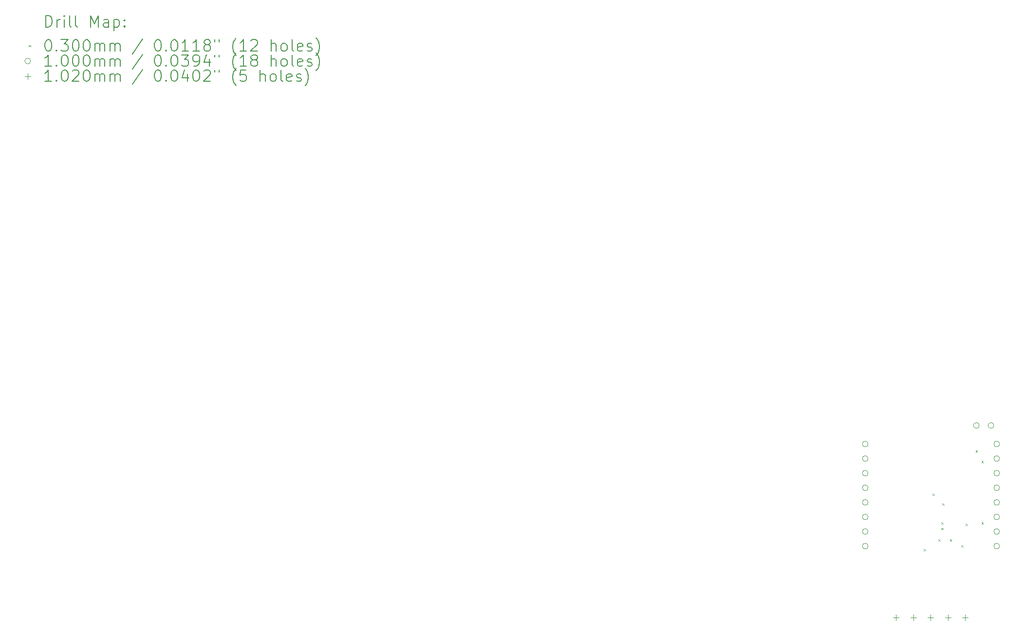
<source format=gbr>
%TF.GenerationSoftware,KiCad,Pcbnew,9.0.2*%
%TF.CreationDate,2025-07-08T18:22:23-03:00*%
%TF.ProjectId,BottomBoardCam,426f7474-6f6d-4426-9f61-726443616d2e,rev?*%
%TF.SameCoordinates,Original*%
%TF.FileFunction,Drillmap*%
%TF.FilePolarity,Positive*%
%FSLAX45Y45*%
G04 Gerber Fmt 4.5, Leading zero omitted, Abs format (unit mm)*
G04 Created by KiCad (PCBNEW 9.0.2) date 2025-07-08 18:22:23*
%MOMM*%
%LPD*%
G01*
G04 APERTURE LIST*
%ADD10C,0.200000*%
%ADD11C,0.100000*%
%ADD12C,0.102000*%
G04 APERTURE END LIST*
D10*
D11*
X15533714Y-9400549D02*
X15563714Y-9430549D01*
X15563714Y-9400549D02*
X15533714Y-9430549D01*
X15685000Y-8435000D02*
X15715000Y-8465000D01*
X15715000Y-8435000D02*
X15685000Y-8465000D01*
X15785000Y-9235000D02*
X15815000Y-9265000D01*
X15815000Y-9235000D02*
X15785000Y-9265000D01*
X15835000Y-8935000D02*
X15865000Y-8965000D01*
X15865000Y-8935000D02*
X15835000Y-8965000D01*
X15835000Y-9035000D02*
X15865000Y-9065000D01*
X15865000Y-9035000D02*
X15835000Y-9065000D01*
X15855500Y-8605500D02*
X15885500Y-8635500D01*
X15885500Y-8605500D02*
X15855500Y-8635500D01*
X15985000Y-9235000D02*
X16015000Y-9265000D01*
X16015000Y-9235000D02*
X15985000Y-9265000D01*
X16185000Y-9335000D02*
X16215000Y-9365000D01*
X16215000Y-9335000D02*
X16185000Y-9365000D01*
X16260000Y-8960000D02*
X16290000Y-8990000D01*
X16290000Y-8960000D02*
X16260000Y-8990000D01*
X16435000Y-7685000D02*
X16465000Y-7715000D01*
X16465000Y-7685000D02*
X16435000Y-7715000D01*
X16535000Y-8935000D02*
X16565000Y-8965000D01*
X16565000Y-8935000D02*
X16535000Y-8965000D01*
X16536262Y-7870629D02*
X16566262Y-7900629D01*
X16566262Y-7870629D02*
X16536262Y-7900629D01*
X14564000Y-7572000D02*
G75*
G02*
X14464000Y-7572000I-50000J0D01*
G01*
X14464000Y-7572000D02*
G75*
G02*
X14564000Y-7572000I50000J0D01*
G01*
X14564000Y-7826000D02*
G75*
G02*
X14464000Y-7826000I-50000J0D01*
G01*
X14464000Y-7826000D02*
G75*
G02*
X14564000Y-7826000I50000J0D01*
G01*
X14564000Y-8080000D02*
G75*
G02*
X14464000Y-8080000I-50000J0D01*
G01*
X14464000Y-8080000D02*
G75*
G02*
X14564000Y-8080000I50000J0D01*
G01*
X14564000Y-8334000D02*
G75*
G02*
X14464000Y-8334000I-50000J0D01*
G01*
X14464000Y-8334000D02*
G75*
G02*
X14564000Y-8334000I50000J0D01*
G01*
X14564000Y-8588000D02*
G75*
G02*
X14464000Y-8588000I-50000J0D01*
G01*
X14464000Y-8588000D02*
G75*
G02*
X14564000Y-8588000I50000J0D01*
G01*
X14564000Y-8842000D02*
G75*
G02*
X14464000Y-8842000I-50000J0D01*
G01*
X14464000Y-8842000D02*
G75*
G02*
X14564000Y-8842000I50000J0D01*
G01*
X14564000Y-9096000D02*
G75*
G02*
X14464000Y-9096000I-50000J0D01*
G01*
X14464000Y-9096000D02*
G75*
G02*
X14564000Y-9096000I50000J0D01*
G01*
X14564000Y-9350000D02*
G75*
G02*
X14464000Y-9350000I-50000J0D01*
G01*
X14464000Y-9350000D02*
G75*
G02*
X14564000Y-9350000I50000J0D01*
G01*
X16496000Y-7250000D02*
G75*
G02*
X16396000Y-7250000I-50000J0D01*
G01*
X16396000Y-7250000D02*
G75*
G02*
X16496000Y-7250000I50000J0D01*
G01*
X16750000Y-7250000D02*
G75*
G02*
X16650000Y-7250000I-50000J0D01*
G01*
X16650000Y-7250000D02*
G75*
G02*
X16750000Y-7250000I50000J0D01*
G01*
X16850000Y-7572000D02*
G75*
G02*
X16750000Y-7572000I-50000J0D01*
G01*
X16750000Y-7572000D02*
G75*
G02*
X16850000Y-7572000I50000J0D01*
G01*
X16850000Y-7826000D02*
G75*
G02*
X16750000Y-7826000I-50000J0D01*
G01*
X16750000Y-7826000D02*
G75*
G02*
X16850000Y-7826000I50000J0D01*
G01*
X16850000Y-8080000D02*
G75*
G02*
X16750000Y-8080000I-50000J0D01*
G01*
X16750000Y-8080000D02*
G75*
G02*
X16850000Y-8080000I50000J0D01*
G01*
X16850000Y-8334000D02*
G75*
G02*
X16750000Y-8334000I-50000J0D01*
G01*
X16750000Y-8334000D02*
G75*
G02*
X16850000Y-8334000I50000J0D01*
G01*
X16850000Y-8588000D02*
G75*
G02*
X16750000Y-8588000I-50000J0D01*
G01*
X16750000Y-8588000D02*
G75*
G02*
X16850000Y-8588000I50000J0D01*
G01*
X16850000Y-8842000D02*
G75*
G02*
X16750000Y-8842000I-50000J0D01*
G01*
X16750000Y-8842000D02*
G75*
G02*
X16850000Y-8842000I50000J0D01*
G01*
X16850000Y-9096000D02*
G75*
G02*
X16750000Y-9096000I-50000J0D01*
G01*
X16750000Y-9096000D02*
G75*
G02*
X16850000Y-9096000I50000J0D01*
G01*
X16850000Y-9350000D02*
G75*
G02*
X16750000Y-9350000I-50000J0D01*
G01*
X16750000Y-9350000D02*
G75*
G02*
X16850000Y-9350000I50000J0D01*
G01*
D12*
X15050000Y-10545000D02*
X15050000Y-10647000D01*
X14999000Y-10596000D02*
X15101000Y-10596000D01*
X15350000Y-10545000D02*
X15350000Y-10647000D01*
X15299000Y-10596000D02*
X15401000Y-10596000D01*
X15650000Y-10545000D02*
X15650000Y-10647000D01*
X15599000Y-10596000D02*
X15701000Y-10596000D01*
X15950000Y-10545000D02*
X15950000Y-10647000D01*
X15899000Y-10596000D02*
X16001000Y-10596000D01*
X16250000Y-10545000D02*
X16250000Y-10647000D01*
X16199000Y-10596000D02*
X16301000Y-10596000D01*
D10*
X260777Y-311484D02*
X260777Y-111484D01*
X260777Y-111484D02*
X308396Y-111484D01*
X308396Y-111484D02*
X336967Y-121008D01*
X336967Y-121008D02*
X356015Y-140055D01*
X356015Y-140055D02*
X365539Y-159103D01*
X365539Y-159103D02*
X375062Y-197198D01*
X375062Y-197198D02*
X375062Y-225769D01*
X375062Y-225769D02*
X365539Y-263865D01*
X365539Y-263865D02*
X356015Y-282912D01*
X356015Y-282912D02*
X336967Y-301960D01*
X336967Y-301960D02*
X308396Y-311484D01*
X308396Y-311484D02*
X260777Y-311484D01*
X460777Y-311484D02*
X460777Y-178150D01*
X460777Y-216246D02*
X470301Y-197198D01*
X470301Y-197198D02*
X479824Y-187674D01*
X479824Y-187674D02*
X498872Y-178150D01*
X498872Y-178150D02*
X517920Y-178150D01*
X584586Y-311484D02*
X584586Y-178150D01*
X584586Y-111484D02*
X575063Y-121008D01*
X575063Y-121008D02*
X584586Y-130531D01*
X584586Y-130531D02*
X594110Y-121008D01*
X594110Y-121008D02*
X584586Y-111484D01*
X584586Y-111484D02*
X584586Y-130531D01*
X708396Y-311484D02*
X689348Y-301960D01*
X689348Y-301960D02*
X679824Y-282912D01*
X679824Y-282912D02*
X679824Y-111484D01*
X813158Y-311484D02*
X794110Y-301960D01*
X794110Y-301960D02*
X784586Y-282912D01*
X784586Y-282912D02*
X784586Y-111484D01*
X1041729Y-311484D02*
X1041729Y-111484D01*
X1041729Y-111484D02*
X1108396Y-254341D01*
X1108396Y-254341D02*
X1175063Y-111484D01*
X1175063Y-111484D02*
X1175063Y-311484D01*
X1356015Y-311484D02*
X1356015Y-206722D01*
X1356015Y-206722D02*
X1346491Y-187674D01*
X1346491Y-187674D02*
X1327444Y-178150D01*
X1327444Y-178150D02*
X1289348Y-178150D01*
X1289348Y-178150D02*
X1270301Y-187674D01*
X1356015Y-301960D02*
X1336967Y-311484D01*
X1336967Y-311484D02*
X1289348Y-311484D01*
X1289348Y-311484D02*
X1270301Y-301960D01*
X1270301Y-301960D02*
X1260777Y-282912D01*
X1260777Y-282912D02*
X1260777Y-263865D01*
X1260777Y-263865D02*
X1270301Y-244817D01*
X1270301Y-244817D02*
X1289348Y-235293D01*
X1289348Y-235293D02*
X1336967Y-235293D01*
X1336967Y-235293D02*
X1356015Y-225769D01*
X1451253Y-178150D02*
X1451253Y-378150D01*
X1451253Y-187674D02*
X1470301Y-178150D01*
X1470301Y-178150D02*
X1508396Y-178150D01*
X1508396Y-178150D02*
X1527443Y-187674D01*
X1527443Y-187674D02*
X1536967Y-197198D01*
X1536967Y-197198D02*
X1546491Y-216246D01*
X1546491Y-216246D02*
X1546491Y-273389D01*
X1546491Y-273389D02*
X1536967Y-292436D01*
X1536967Y-292436D02*
X1527443Y-301960D01*
X1527443Y-301960D02*
X1508396Y-311484D01*
X1508396Y-311484D02*
X1470301Y-311484D01*
X1470301Y-311484D02*
X1451253Y-301960D01*
X1632205Y-292436D02*
X1641729Y-301960D01*
X1641729Y-301960D02*
X1632205Y-311484D01*
X1632205Y-311484D02*
X1622682Y-301960D01*
X1622682Y-301960D02*
X1632205Y-292436D01*
X1632205Y-292436D02*
X1632205Y-311484D01*
X1632205Y-187674D02*
X1641729Y-197198D01*
X1641729Y-197198D02*
X1632205Y-206722D01*
X1632205Y-206722D02*
X1622682Y-197198D01*
X1622682Y-197198D02*
X1632205Y-187674D01*
X1632205Y-187674D02*
X1632205Y-206722D01*
D11*
X-30000Y-625000D02*
X0Y-655000D01*
X0Y-625000D02*
X-30000Y-655000D01*
D10*
X298872Y-531484D02*
X317920Y-531484D01*
X317920Y-531484D02*
X336967Y-541008D01*
X336967Y-541008D02*
X346491Y-550531D01*
X346491Y-550531D02*
X356015Y-569579D01*
X356015Y-569579D02*
X365539Y-607674D01*
X365539Y-607674D02*
X365539Y-655293D01*
X365539Y-655293D02*
X356015Y-693389D01*
X356015Y-693389D02*
X346491Y-712436D01*
X346491Y-712436D02*
X336967Y-721960D01*
X336967Y-721960D02*
X317920Y-731484D01*
X317920Y-731484D02*
X298872Y-731484D01*
X298872Y-731484D02*
X279824Y-721960D01*
X279824Y-721960D02*
X270301Y-712436D01*
X270301Y-712436D02*
X260777Y-693389D01*
X260777Y-693389D02*
X251253Y-655293D01*
X251253Y-655293D02*
X251253Y-607674D01*
X251253Y-607674D02*
X260777Y-569579D01*
X260777Y-569579D02*
X270301Y-550531D01*
X270301Y-550531D02*
X279824Y-541008D01*
X279824Y-541008D02*
X298872Y-531484D01*
X451253Y-712436D02*
X460777Y-721960D01*
X460777Y-721960D02*
X451253Y-731484D01*
X451253Y-731484D02*
X441729Y-721960D01*
X441729Y-721960D02*
X451253Y-712436D01*
X451253Y-712436D02*
X451253Y-731484D01*
X527444Y-531484D02*
X651253Y-531484D01*
X651253Y-531484D02*
X584586Y-607674D01*
X584586Y-607674D02*
X613158Y-607674D01*
X613158Y-607674D02*
X632205Y-617198D01*
X632205Y-617198D02*
X641729Y-626722D01*
X641729Y-626722D02*
X651253Y-645770D01*
X651253Y-645770D02*
X651253Y-693389D01*
X651253Y-693389D02*
X641729Y-712436D01*
X641729Y-712436D02*
X632205Y-721960D01*
X632205Y-721960D02*
X613158Y-731484D01*
X613158Y-731484D02*
X556015Y-731484D01*
X556015Y-731484D02*
X536967Y-721960D01*
X536967Y-721960D02*
X527444Y-712436D01*
X775062Y-531484D02*
X794110Y-531484D01*
X794110Y-531484D02*
X813158Y-541008D01*
X813158Y-541008D02*
X822682Y-550531D01*
X822682Y-550531D02*
X832205Y-569579D01*
X832205Y-569579D02*
X841729Y-607674D01*
X841729Y-607674D02*
X841729Y-655293D01*
X841729Y-655293D02*
X832205Y-693389D01*
X832205Y-693389D02*
X822682Y-712436D01*
X822682Y-712436D02*
X813158Y-721960D01*
X813158Y-721960D02*
X794110Y-731484D01*
X794110Y-731484D02*
X775062Y-731484D01*
X775062Y-731484D02*
X756015Y-721960D01*
X756015Y-721960D02*
X746491Y-712436D01*
X746491Y-712436D02*
X736967Y-693389D01*
X736967Y-693389D02*
X727443Y-655293D01*
X727443Y-655293D02*
X727443Y-607674D01*
X727443Y-607674D02*
X736967Y-569579D01*
X736967Y-569579D02*
X746491Y-550531D01*
X746491Y-550531D02*
X756015Y-541008D01*
X756015Y-541008D02*
X775062Y-531484D01*
X965539Y-531484D02*
X984586Y-531484D01*
X984586Y-531484D02*
X1003634Y-541008D01*
X1003634Y-541008D02*
X1013158Y-550531D01*
X1013158Y-550531D02*
X1022682Y-569579D01*
X1022682Y-569579D02*
X1032205Y-607674D01*
X1032205Y-607674D02*
X1032205Y-655293D01*
X1032205Y-655293D02*
X1022682Y-693389D01*
X1022682Y-693389D02*
X1013158Y-712436D01*
X1013158Y-712436D02*
X1003634Y-721960D01*
X1003634Y-721960D02*
X984586Y-731484D01*
X984586Y-731484D02*
X965539Y-731484D01*
X965539Y-731484D02*
X946491Y-721960D01*
X946491Y-721960D02*
X936967Y-712436D01*
X936967Y-712436D02*
X927443Y-693389D01*
X927443Y-693389D02*
X917920Y-655293D01*
X917920Y-655293D02*
X917920Y-607674D01*
X917920Y-607674D02*
X927443Y-569579D01*
X927443Y-569579D02*
X936967Y-550531D01*
X936967Y-550531D02*
X946491Y-541008D01*
X946491Y-541008D02*
X965539Y-531484D01*
X1117920Y-731484D02*
X1117920Y-598150D01*
X1117920Y-617198D02*
X1127444Y-607674D01*
X1127444Y-607674D02*
X1146491Y-598150D01*
X1146491Y-598150D02*
X1175063Y-598150D01*
X1175063Y-598150D02*
X1194110Y-607674D01*
X1194110Y-607674D02*
X1203634Y-626722D01*
X1203634Y-626722D02*
X1203634Y-731484D01*
X1203634Y-626722D02*
X1213158Y-607674D01*
X1213158Y-607674D02*
X1232205Y-598150D01*
X1232205Y-598150D02*
X1260777Y-598150D01*
X1260777Y-598150D02*
X1279825Y-607674D01*
X1279825Y-607674D02*
X1289348Y-626722D01*
X1289348Y-626722D02*
X1289348Y-731484D01*
X1384586Y-731484D02*
X1384586Y-598150D01*
X1384586Y-617198D02*
X1394110Y-607674D01*
X1394110Y-607674D02*
X1413158Y-598150D01*
X1413158Y-598150D02*
X1441729Y-598150D01*
X1441729Y-598150D02*
X1460777Y-607674D01*
X1460777Y-607674D02*
X1470301Y-626722D01*
X1470301Y-626722D02*
X1470301Y-731484D01*
X1470301Y-626722D02*
X1479824Y-607674D01*
X1479824Y-607674D02*
X1498872Y-598150D01*
X1498872Y-598150D02*
X1527443Y-598150D01*
X1527443Y-598150D02*
X1546491Y-607674D01*
X1546491Y-607674D02*
X1556015Y-626722D01*
X1556015Y-626722D02*
X1556015Y-731484D01*
X1946491Y-521960D02*
X1775063Y-779103D01*
X2203634Y-531484D02*
X2222682Y-531484D01*
X2222682Y-531484D02*
X2241729Y-541008D01*
X2241729Y-541008D02*
X2251253Y-550531D01*
X2251253Y-550531D02*
X2260777Y-569579D01*
X2260777Y-569579D02*
X2270301Y-607674D01*
X2270301Y-607674D02*
X2270301Y-655293D01*
X2270301Y-655293D02*
X2260777Y-693389D01*
X2260777Y-693389D02*
X2251253Y-712436D01*
X2251253Y-712436D02*
X2241729Y-721960D01*
X2241729Y-721960D02*
X2222682Y-731484D01*
X2222682Y-731484D02*
X2203634Y-731484D01*
X2203634Y-731484D02*
X2184587Y-721960D01*
X2184587Y-721960D02*
X2175063Y-712436D01*
X2175063Y-712436D02*
X2165539Y-693389D01*
X2165539Y-693389D02*
X2156015Y-655293D01*
X2156015Y-655293D02*
X2156015Y-607674D01*
X2156015Y-607674D02*
X2165539Y-569579D01*
X2165539Y-569579D02*
X2175063Y-550531D01*
X2175063Y-550531D02*
X2184587Y-541008D01*
X2184587Y-541008D02*
X2203634Y-531484D01*
X2356015Y-712436D02*
X2365539Y-721960D01*
X2365539Y-721960D02*
X2356015Y-731484D01*
X2356015Y-731484D02*
X2346491Y-721960D01*
X2346491Y-721960D02*
X2356015Y-712436D01*
X2356015Y-712436D02*
X2356015Y-731484D01*
X2489348Y-531484D02*
X2508396Y-531484D01*
X2508396Y-531484D02*
X2527444Y-541008D01*
X2527444Y-541008D02*
X2536968Y-550531D01*
X2536968Y-550531D02*
X2546491Y-569579D01*
X2546491Y-569579D02*
X2556015Y-607674D01*
X2556015Y-607674D02*
X2556015Y-655293D01*
X2556015Y-655293D02*
X2546491Y-693389D01*
X2546491Y-693389D02*
X2536968Y-712436D01*
X2536968Y-712436D02*
X2527444Y-721960D01*
X2527444Y-721960D02*
X2508396Y-731484D01*
X2508396Y-731484D02*
X2489348Y-731484D01*
X2489348Y-731484D02*
X2470301Y-721960D01*
X2470301Y-721960D02*
X2460777Y-712436D01*
X2460777Y-712436D02*
X2451253Y-693389D01*
X2451253Y-693389D02*
X2441729Y-655293D01*
X2441729Y-655293D02*
X2441729Y-607674D01*
X2441729Y-607674D02*
X2451253Y-569579D01*
X2451253Y-569579D02*
X2460777Y-550531D01*
X2460777Y-550531D02*
X2470301Y-541008D01*
X2470301Y-541008D02*
X2489348Y-531484D01*
X2746491Y-731484D02*
X2632206Y-731484D01*
X2689348Y-731484D02*
X2689348Y-531484D01*
X2689348Y-531484D02*
X2670301Y-560055D01*
X2670301Y-560055D02*
X2651253Y-579103D01*
X2651253Y-579103D02*
X2632206Y-588627D01*
X2936967Y-731484D02*
X2822682Y-731484D01*
X2879825Y-731484D02*
X2879825Y-531484D01*
X2879825Y-531484D02*
X2860777Y-560055D01*
X2860777Y-560055D02*
X2841729Y-579103D01*
X2841729Y-579103D02*
X2822682Y-588627D01*
X3051253Y-617198D02*
X3032206Y-607674D01*
X3032206Y-607674D02*
X3022682Y-598150D01*
X3022682Y-598150D02*
X3013158Y-579103D01*
X3013158Y-579103D02*
X3013158Y-569579D01*
X3013158Y-569579D02*
X3022682Y-550531D01*
X3022682Y-550531D02*
X3032206Y-541008D01*
X3032206Y-541008D02*
X3051253Y-531484D01*
X3051253Y-531484D02*
X3089348Y-531484D01*
X3089348Y-531484D02*
X3108396Y-541008D01*
X3108396Y-541008D02*
X3117920Y-550531D01*
X3117920Y-550531D02*
X3127444Y-569579D01*
X3127444Y-569579D02*
X3127444Y-579103D01*
X3127444Y-579103D02*
X3117920Y-598150D01*
X3117920Y-598150D02*
X3108396Y-607674D01*
X3108396Y-607674D02*
X3089348Y-617198D01*
X3089348Y-617198D02*
X3051253Y-617198D01*
X3051253Y-617198D02*
X3032206Y-626722D01*
X3032206Y-626722D02*
X3022682Y-636246D01*
X3022682Y-636246D02*
X3013158Y-655293D01*
X3013158Y-655293D02*
X3013158Y-693389D01*
X3013158Y-693389D02*
X3022682Y-712436D01*
X3022682Y-712436D02*
X3032206Y-721960D01*
X3032206Y-721960D02*
X3051253Y-731484D01*
X3051253Y-731484D02*
X3089348Y-731484D01*
X3089348Y-731484D02*
X3108396Y-721960D01*
X3108396Y-721960D02*
X3117920Y-712436D01*
X3117920Y-712436D02*
X3127444Y-693389D01*
X3127444Y-693389D02*
X3127444Y-655293D01*
X3127444Y-655293D02*
X3117920Y-636246D01*
X3117920Y-636246D02*
X3108396Y-626722D01*
X3108396Y-626722D02*
X3089348Y-617198D01*
X3203634Y-531484D02*
X3203634Y-569579D01*
X3279825Y-531484D02*
X3279825Y-569579D01*
X3575063Y-807674D02*
X3565539Y-798150D01*
X3565539Y-798150D02*
X3546491Y-769579D01*
X3546491Y-769579D02*
X3536968Y-750531D01*
X3536968Y-750531D02*
X3527444Y-721960D01*
X3527444Y-721960D02*
X3517920Y-674341D01*
X3517920Y-674341D02*
X3517920Y-636246D01*
X3517920Y-636246D02*
X3527444Y-588627D01*
X3527444Y-588627D02*
X3536968Y-560055D01*
X3536968Y-560055D02*
X3546491Y-541008D01*
X3546491Y-541008D02*
X3565539Y-512436D01*
X3565539Y-512436D02*
X3575063Y-502912D01*
X3756015Y-731484D02*
X3641729Y-731484D01*
X3698872Y-731484D02*
X3698872Y-531484D01*
X3698872Y-531484D02*
X3679825Y-560055D01*
X3679825Y-560055D02*
X3660777Y-579103D01*
X3660777Y-579103D02*
X3641729Y-588627D01*
X3832206Y-550531D02*
X3841729Y-541008D01*
X3841729Y-541008D02*
X3860777Y-531484D01*
X3860777Y-531484D02*
X3908396Y-531484D01*
X3908396Y-531484D02*
X3927444Y-541008D01*
X3927444Y-541008D02*
X3936968Y-550531D01*
X3936968Y-550531D02*
X3946491Y-569579D01*
X3946491Y-569579D02*
X3946491Y-588627D01*
X3946491Y-588627D02*
X3936968Y-617198D01*
X3936968Y-617198D02*
X3822682Y-731484D01*
X3822682Y-731484D02*
X3946491Y-731484D01*
X4184587Y-731484D02*
X4184587Y-531484D01*
X4270301Y-731484D02*
X4270301Y-626722D01*
X4270301Y-626722D02*
X4260777Y-607674D01*
X4260777Y-607674D02*
X4241730Y-598150D01*
X4241730Y-598150D02*
X4213158Y-598150D01*
X4213158Y-598150D02*
X4194110Y-607674D01*
X4194110Y-607674D02*
X4184587Y-617198D01*
X4394111Y-731484D02*
X4375063Y-721960D01*
X4375063Y-721960D02*
X4365539Y-712436D01*
X4365539Y-712436D02*
X4356015Y-693389D01*
X4356015Y-693389D02*
X4356015Y-636246D01*
X4356015Y-636246D02*
X4365539Y-617198D01*
X4365539Y-617198D02*
X4375063Y-607674D01*
X4375063Y-607674D02*
X4394111Y-598150D01*
X4394111Y-598150D02*
X4422682Y-598150D01*
X4422682Y-598150D02*
X4441730Y-607674D01*
X4441730Y-607674D02*
X4451253Y-617198D01*
X4451253Y-617198D02*
X4460777Y-636246D01*
X4460777Y-636246D02*
X4460777Y-693389D01*
X4460777Y-693389D02*
X4451253Y-712436D01*
X4451253Y-712436D02*
X4441730Y-721960D01*
X4441730Y-721960D02*
X4422682Y-731484D01*
X4422682Y-731484D02*
X4394111Y-731484D01*
X4575063Y-731484D02*
X4556015Y-721960D01*
X4556015Y-721960D02*
X4546492Y-702912D01*
X4546492Y-702912D02*
X4546492Y-531484D01*
X4727444Y-721960D02*
X4708396Y-731484D01*
X4708396Y-731484D02*
X4670301Y-731484D01*
X4670301Y-731484D02*
X4651253Y-721960D01*
X4651253Y-721960D02*
X4641730Y-702912D01*
X4641730Y-702912D02*
X4641730Y-626722D01*
X4641730Y-626722D02*
X4651253Y-607674D01*
X4651253Y-607674D02*
X4670301Y-598150D01*
X4670301Y-598150D02*
X4708396Y-598150D01*
X4708396Y-598150D02*
X4727444Y-607674D01*
X4727444Y-607674D02*
X4736968Y-626722D01*
X4736968Y-626722D02*
X4736968Y-645770D01*
X4736968Y-645770D02*
X4641730Y-664817D01*
X4813158Y-721960D02*
X4832206Y-731484D01*
X4832206Y-731484D02*
X4870301Y-731484D01*
X4870301Y-731484D02*
X4889349Y-721960D01*
X4889349Y-721960D02*
X4898873Y-702912D01*
X4898873Y-702912D02*
X4898873Y-693389D01*
X4898873Y-693389D02*
X4889349Y-674341D01*
X4889349Y-674341D02*
X4870301Y-664817D01*
X4870301Y-664817D02*
X4841730Y-664817D01*
X4841730Y-664817D02*
X4822682Y-655293D01*
X4822682Y-655293D02*
X4813158Y-636246D01*
X4813158Y-636246D02*
X4813158Y-626722D01*
X4813158Y-626722D02*
X4822682Y-607674D01*
X4822682Y-607674D02*
X4841730Y-598150D01*
X4841730Y-598150D02*
X4870301Y-598150D01*
X4870301Y-598150D02*
X4889349Y-607674D01*
X4965539Y-807674D02*
X4975063Y-798150D01*
X4975063Y-798150D02*
X4994111Y-769579D01*
X4994111Y-769579D02*
X5003634Y-750531D01*
X5003634Y-750531D02*
X5013158Y-721960D01*
X5013158Y-721960D02*
X5022682Y-674341D01*
X5022682Y-674341D02*
X5022682Y-636246D01*
X5022682Y-636246D02*
X5013158Y-588627D01*
X5013158Y-588627D02*
X5003634Y-560055D01*
X5003634Y-560055D02*
X4994111Y-541008D01*
X4994111Y-541008D02*
X4975063Y-512436D01*
X4975063Y-512436D02*
X4965539Y-502912D01*
D11*
X0Y-904000D02*
G75*
G02*
X-100000Y-904000I-50000J0D01*
G01*
X-100000Y-904000D02*
G75*
G02*
X0Y-904000I50000J0D01*
G01*
D10*
X365539Y-995484D02*
X251253Y-995484D01*
X308396Y-995484D02*
X308396Y-795484D01*
X308396Y-795484D02*
X289348Y-824055D01*
X289348Y-824055D02*
X270301Y-843103D01*
X270301Y-843103D02*
X251253Y-852627D01*
X451253Y-976436D02*
X460777Y-985960D01*
X460777Y-985960D02*
X451253Y-995484D01*
X451253Y-995484D02*
X441729Y-985960D01*
X441729Y-985960D02*
X451253Y-976436D01*
X451253Y-976436D02*
X451253Y-995484D01*
X584586Y-795484D02*
X603634Y-795484D01*
X603634Y-795484D02*
X622682Y-805008D01*
X622682Y-805008D02*
X632205Y-814531D01*
X632205Y-814531D02*
X641729Y-833579D01*
X641729Y-833579D02*
X651253Y-871674D01*
X651253Y-871674D02*
X651253Y-919293D01*
X651253Y-919293D02*
X641729Y-957388D01*
X641729Y-957388D02*
X632205Y-976436D01*
X632205Y-976436D02*
X622682Y-985960D01*
X622682Y-985960D02*
X603634Y-995484D01*
X603634Y-995484D02*
X584586Y-995484D01*
X584586Y-995484D02*
X565539Y-985960D01*
X565539Y-985960D02*
X556015Y-976436D01*
X556015Y-976436D02*
X546491Y-957388D01*
X546491Y-957388D02*
X536967Y-919293D01*
X536967Y-919293D02*
X536967Y-871674D01*
X536967Y-871674D02*
X546491Y-833579D01*
X546491Y-833579D02*
X556015Y-814531D01*
X556015Y-814531D02*
X565539Y-805008D01*
X565539Y-805008D02*
X584586Y-795484D01*
X775062Y-795484D02*
X794110Y-795484D01*
X794110Y-795484D02*
X813158Y-805008D01*
X813158Y-805008D02*
X822682Y-814531D01*
X822682Y-814531D02*
X832205Y-833579D01*
X832205Y-833579D02*
X841729Y-871674D01*
X841729Y-871674D02*
X841729Y-919293D01*
X841729Y-919293D02*
X832205Y-957388D01*
X832205Y-957388D02*
X822682Y-976436D01*
X822682Y-976436D02*
X813158Y-985960D01*
X813158Y-985960D02*
X794110Y-995484D01*
X794110Y-995484D02*
X775062Y-995484D01*
X775062Y-995484D02*
X756015Y-985960D01*
X756015Y-985960D02*
X746491Y-976436D01*
X746491Y-976436D02*
X736967Y-957388D01*
X736967Y-957388D02*
X727443Y-919293D01*
X727443Y-919293D02*
X727443Y-871674D01*
X727443Y-871674D02*
X736967Y-833579D01*
X736967Y-833579D02*
X746491Y-814531D01*
X746491Y-814531D02*
X756015Y-805008D01*
X756015Y-805008D02*
X775062Y-795484D01*
X965539Y-795484D02*
X984586Y-795484D01*
X984586Y-795484D02*
X1003634Y-805008D01*
X1003634Y-805008D02*
X1013158Y-814531D01*
X1013158Y-814531D02*
X1022682Y-833579D01*
X1022682Y-833579D02*
X1032205Y-871674D01*
X1032205Y-871674D02*
X1032205Y-919293D01*
X1032205Y-919293D02*
X1022682Y-957388D01*
X1022682Y-957388D02*
X1013158Y-976436D01*
X1013158Y-976436D02*
X1003634Y-985960D01*
X1003634Y-985960D02*
X984586Y-995484D01*
X984586Y-995484D02*
X965539Y-995484D01*
X965539Y-995484D02*
X946491Y-985960D01*
X946491Y-985960D02*
X936967Y-976436D01*
X936967Y-976436D02*
X927443Y-957388D01*
X927443Y-957388D02*
X917920Y-919293D01*
X917920Y-919293D02*
X917920Y-871674D01*
X917920Y-871674D02*
X927443Y-833579D01*
X927443Y-833579D02*
X936967Y-814531D01*
X936967Y-814531D02*
X946491Y-805008D01*
X946491Y-805008D02*
X965539Y-795484D01*
X1117920Y-995484D02*
X1117920Y-862150D01*
X1117920Y-881198D02*
X1127444Y-871674D01*
X1127444Y-871674D02*
X1146491Y-862150D01*
X1146491Y-862150D02*
X1175063Y-862150D01*
X1175063Y-862150D02*
X1194110Y-871674D01*
X1194110Y-871674D02*
X1203634Y-890722D01*
X1203634Y-890722D02*
X1203634Y-995484D01*
X1203634Y-890722D02*
X1213158Y-871674D01*
X1213158Y-871674D02*
X1232205Y-862150D01*
X1232205Y-862150D02*
X1260777Y-862150D01*
X1260777Y-862150D02*
X1279825Y-871674D01*
X1279825Y-871674D02*
X1289348Y-890722D01*
X1289348Y-890722D02*
X1289348Y-995484D01*
X1384586Y-995484D02*
X1384586Y-862150D01*
X1384586Y-881198D02*
X1394110Y-871674D01*
X1394110Y-871674D02*
X1413158Y-862150D01*
X1413158Y-862150D02*
X1441729Y-862150D01*
X1441729Y-862150D02*
X1460777Y-871674D01*
X1460777Y-871674D02*
X1470301Y-890722D01*
X1470301Y-890722D02*
X1470301Y-995484D01*
X1470301Y-890722D02*
X1479824Y-871674D01*
X1479824Y-871674D02*
X1498872Y-862150D01*
X1498872Y-862150D02*
X1527443Y-862150D01*
X1527443Y-862150D02*
X1546491Y-871674D01*
X1546491Y-871674D02*
X1556015Y-890722D01*
X1556015Y-890722D02*
X1556015Y-995484D01*
X1946491Y-785960D02*
X1775063Y-1043103D01*
X2203634Y-795484D02*
X2222682Y-795484D01*
X2222682Y-795484D02*
X2241729Y-805008D01*
X2241729Y-805008D02*
X2251253Y-814531D01*
X2251253Y-814531D02*
X2260777Y-833579D01*
X2260777Y-833579D02*
X2270301Y-871674D01*
X2270301Y-871674D02*
X2270301Y-919293D01*
X2270301Y-919293D02*
X2260777Y-957388D01*
X2260777Y-957388D02*
X2251253Y-976436D01*
X2251253Y-976436D02*
X2241729Y-985960D01*
X2241729Y-985960D02*
X2222682Y-995484D01*
X2222682Y-995484D02*
X2203634Y-995484D01*
X2203634Y-995484D02*
X2184587Y-985960D01*
X2184587Y-985960D02*
X2175063Y-976436D01*
X2175063Y-976436D02*
X2165539Y-957388D01*
X2165539Y-957388D02*
X2156015Y-919293D01*
X2156015Y-919293D02*
X2156015Y-871674D01*
X2156015Y-871674D02*
X2165539Y-833579D01*
X2165539Y-833579D02*
X2175063Y-814531D01*
X2175063Y-814531D02*
X2184587Y-805008D01*
X2184587Y-805008D02*
X2203634Y-795484D01*
X2356015Y-976436D02*
X2365539Y-985960D01*
X2365539Y-985960D02*
X2356015Y-995484D01*
X2356015Y-995484D02*
X2346491Y-985960D01*
X2346491Y-985960D02*
X2356015Y-976436D01*
X2356015Y-976436D02*
X2356015Y-995484D01*
X2489348Y-795484D02*
X2508396Y-795484D01*
X2508396Y-795484D02*
X2527444Y-805008D01*
X2527444Y-805008D02*
X2536968Y-814531D01*
X2536968Y-814531D02*
X2546491Y-833579D01*
X2546491Y-833579D02*
X2556015Y-871674D01*
X2556015Y-871674D02*
X2556015Y-919293D01*
X2556015Y-919293D02*
X2546491Y-957388D01*
X2546491Y-957388D02*
X2536968Y-976436D01*
X2536968Y-976436D02*
X2527444Y-985960D01*
X2527444Y-985960D02*
X2508396Y-995484D01*
X2508396Y-995484D02*
X2489348Y-995484D01*
X2489348Y-995484D02*
X2470301Y-985960D01*
X2470301Y-985960D02*
X2460777Y-976436D01*
X2460777Y-976436D02*
X2451253Y-957388D01*
X2451253Y-957388D02*
X2441729Y-919293D01*
X2441729Y-919293D02*
X2441729Y-871674D01*
X2441729Y-871674D02*
X2451253Y-833579D01*
X2451253Y-833579D02*
X2460777Y-814531D01*
X2460777Y-814531D02*
X2470301Y-805008D01*
X2470301Y-805008D02*
X2489348Y-795484D01*
X2622682Y-795484D02*
X2746491Y-795484D01*
X2746491Y-795484D02*
X2679825Y-871674D01*
X2679825Y-871674D02*
X2708396Y-871674D01*
X2708396Y-871674D02*
X2727444Y-881198D01*
X2727444Y-881198D02*
X2736968Y-890722D01*
X2736968Y-890722D02*
X2746491Y-909769D01*
X2746491Y-909769D02*
X2746491Y-957388D01*
X2746491Y-957388D02*
X2736968Y-976436D01*
X2736968Y-976436D02*
X2727444Y-985960D01*
X2727444Y-985960D02*
X2708396Y-995484D01*
X2708396Y-995484D02*
X2651253Y-995484D01*
X2651253Y-995484D02*
X2632206Y-985960D01*
X2632206Y-985960D02*
X2622682Y-976436D01*
X2841729Y-995484D02*
X2879825Y-995484D01*
X2879825Y-995484D02*
X2898872Y-985960D01*
X2898872Y-985960D02*
X2908396Y-976436D01*
X2908396Y-976436D02*
X2927444Y-947865D01*
X2927444Y-947865D02*
X2936967Y-909769D01*
X2936967Y-909769D02*
X2936967Y-833579D01*
X2936967Y-833579D02*
X2927444Y-814531D01*
X2927444Y-814531D02*
X2917920Y-805008D01*
X2917920Y-805008D02*
X2898872Y-795484D01*
X2898872Y-795484D02*
X2860777Y-795484D01*
X2860777Y-795484D02*
X2841729Y-805008D01*
X2841729Y-805008D02*
X2832206Y-814531D01*
X2832206Y-814531D02*
X2822682Y-833579D01*
X2822682Y-833579D02*
X2822682Y-881198D01*
X2822682Y-881198D02*
X2832206Y-900246D01*
X2832206Y-900246D02*
X2841729Y-909769D01*
X2841729Y-909769D02*
X2860777Y-919293D01*
X2860777Y-919293D02*
X2898872Y-919293D01*
X2898872Y-919293D02*
X2917920Y-909769D01*
X2917920Y-909769D02*
X2927444Y-900246D01*
X2927444Y-900246D02*
X2936967Y-881198D01*
X3108396Y-862150D02*
X3108396Y-995484D01*
X3060777Y-785960D02*
X3013158Y-928817D01*
X3013158Y-928817D02*
X3136967Y-928817D01*
X3203634Y-795484D02*
X3203634Y-833579D01*
X3279825Y-795484D02*
X3279825Y-833579D01*
X3575063Y-1071674D02*
X3565539Y-1062150D01*
X3565539Y-1062150D02*
X3546491Y-1033579D01*
X3546491Y-1033579D02*
X3536968Y-1014531D01*
X3536968Y-1014531D02*
X3527444Y-985960D01*
X3527444Y-985960D02*
X3517920Y-938341D01*
X3517920Y-938341D02*
X3517920Y-900246D01*
X3517920Y-900246D02*
X3527444Y-852627D01*
X3527444Y-852627D02*
X3536968Y-824055D01*
X3536968Y-824055D02*
X3546491Y-805008D01*
X3546491Y-805008D02*
X3565539Y-776436D01*
X3565539Y-776436D02*
X3575063Y-766912D01*
X3756015Y-995484D02*
X3641729Y-995484D01*
X3698872Y-995484D02*
X3698872Y-795484D01*
X3698872Y-795484D02*
X3679825Y-824055D01*
X3679825Y-824055D02*
X3660777Y-843103D01*
X3660777Y-843103D02*
X3641729Y-852627D01*
X3870301Y-881198D02*
X3851253Y-871674D01*
X3851253Y-871674D02*
X3841729Y-862150D01*
X3841729Y-862150D02*
X3832206Y-843103D01*
X3832206Y-843103D02*
X3832206Y-833579D01*
X3832206Y-833579D02*
X3841729Y-814531D01*
X3841729Y-814531D02*
X3851253Y-805008D01*
X3851253Y-805008D02*
X3870301Y-795484D01*
X3870301Y-795484D02*
X3908396Y-795484D01*
X3908396Y-795484D02*
X3927444Y-805008D01*
X3927444Y-805008D02*
X3936968Y-814531D01*
X3936968Y-814531D02*
X3946491Y-833579D01*
X3946491Y-833579D02*
X3946491Y-843103D01*
X3946491Y-843103D02*
X3936968Y-862150D01*
X3936968Y-862150D02*
X3927444Y-871674D01*
X3927444Y-871674D02*
X3908396Y-881198D01*
X3908396Y-881198D02*
X3870301Y-881198D01*
X3870301Y-881198D02*
X3851253Y-890722D01*
X3851253Y-890722D02*
X3841729Y-900246D01*
X3841729Y-900246D02*
X3832206Y-919293D01*
X3832206Y-919293D02*
X3832206Y-957388D01*
X3832206Y-957388D02*
X3841729Y-976436D01*
X3841729Y-976436D02*
X3851253Y-985960D01*
X3851253Y-985960D02*
X3870301Y-995484D01*
X3870301Y-995484D02*
X3908396Y-995484D01*
X3908396Y-995484D02*
X3927444Y-985960D01*
X3927444Y-985960D02*
X3936968Y-976436D01*
X3936968Y-976436D02*
X3946491Y-957388D01*
X3946491Y-957388D02*
X3946491Y-919293D01*
X3946491Y-919293D02*
X3936968Y-900246D01*
X3936968Y-900246D02*
X3927444Y-890722D01*
X3927444Y-890722D02*
X3908396Y-881198D01*
X4184587Y-995484D02*
X4184587Y-795484D01*
X4270301Y-995484D02*
X4270301Y-890722D01*
X4270301Y-890722D02*
X4260777Y-871674D01*
X4260777Y-871674D02*
X4241730Y-862150D01*
X4241730Y-862150D02*
X4213158Y-862150D01*
X4213158Y-862150D02*
X4194110Y-871674D01*
X4194110Y-871674D02*
X4184587Y-881198D01*
X4394111Y-995484D02*
X4375063Y-985960D01*
X4375063Y-985960D02*
X4365539Y-976436D01*
X4365539Y-976436D02*
X4356015Y-957388D01*
X4356015Y-957388D02*
X4356015Y-900246D01*
X4356015Y-900246D02*
X4365539Y-881198D01*
X4365539Y-881198D02*
X4375063Y-871674D01*
X4375063Y-871674D02*
X4394111Y-862150D01*
X4394111Y-862150D02*
X4422682Y-862150D01*
X4422682Y-862150D02*
X4441730Y-871674D01*
X4441730Y-871674D02*
X4451253Y-881198D01*
X4451253Y-881198D02*
X4460777Y-900246D01*
X4460777Y-900246D02*
X4460777Y-957388D01*
X4460777Y-957388D02*
X4451253Y-976436D01*
X4451253Y-976436D02*
X4441730Y-985960D01*
X4441730Y-985960D02*
X4422682Y-995484D01*
X4422682Y-995484D02*
X4394111Y-995484D01*
X4575063Y-995484D02*
X4556015Y-985960D01*
X4556015Y-985960D02*
X4546492Y-966912D01*
X4546492Y-966912D02*
X4546492Y-795484D01*
X4727444Y-985960D02*
X4708396Y-995484D01*
X4708396Y-995484D02*
X4670301Y-995484D01*
X4670301Y-995484D02*
X4651253Y-985960D01*
X4651253Y-985960D02*
X4641730Y-966912D01*
X4641730Y-966912D02*
X4641730Y-890722D01*
X4641730Y-890722D02*
X4651253Y-871674D01*
X4651253Y-871674D02*
X4670301Y-862150D01*
X4670301Y-862150D02*
X4708396Y-862150D01*
X4708396Y-862150D02*
X4727444Y-871674D01*
X4727444Y-871674D02*
X4736968Y-890722D01*
X4736968Y-890722D02*
X4736968Y-909769D01*
X4736968Y-909769D02*
X4641730Y-928817D01*
X4813158Y-985960D02*
X4832206Y-995484D01*
X4832206Y-995484D02*
X4870301Y-995484D01*
X4870301Y-995484D02*
X4889349Y-985960D01*
X4889349Y-985960D02*
X4898873Y-966912D01*
X4898873Y-966912D02*
X4898873Y-957388D01*
X4898873Y-957388D02*
X4889349Y-938341D01*
X4889349Y-938341D02*
X4870301Y-928817D01*
X4870301Y-928817D02*
X4841730Y-928817D01*
X4841730Y-928817D02*
X4822682Y-919293D01*
X4822682Y-919293D02*
X4813158Y-900246D01*
X4813158Y-900246D02*
X4813158Y-890722D01*
X4813158Y-890722D02*
X4822682Y-871674D01*
X4822682Y-871674D02*
X4841730Y-862150D01*
X4841730Y-862150D02*
X4870301Y-862150D01*
X4870301Y-862150D02*
X4889349Y-871674D01*
X4965539Y-1071674D02*
X4975063Y-1062150D01*
X4975063Y-1062150D02*
X4994111Y-1033579D01*
X4994111Y-1033579D02*
X5003634Y-1014531D01*
X5003634Y-1014531D02*
X5013158Y-985960D01*
X5013158Y-985960D02*
X5022682Y-938341D01*
X5022682Y-938341D02*
X5022682Y-900246D01*
X5022682Y-900246D02*
X5013158Y-852627D01*
X5013158Y-852627D02*
X5003634Y-824055D01*
X5003634Y-824055D02*
X4994111Y-805008D01*
X4994111Y-805008D02*
X4975063Y-776436D01*
X4975063Y-776436D02*
X4965539Y-766912D01*
D12*
X-51000Y-1117000D02*
X-51000Y-1219000D01*
X-102000Y-1168000D02*
X0Y-1168000D01*
D10*
X365539Y-1259484D02*
X251253Y-1259484D01*
X308396Y-1259484D02*
X308396Y-1059484D01*
X308396Y-1059484D02*
X289348Y-1088055D01*
X289348Y-1088055D02*
X270301Y-1107103D01*
X270301Y-1107103D02*
X251253Y-1116627D01*
X451253Y-1240436D02*
X460777Y-1249960D01*
X460777Y-1249960D02*
X451253Y-1259484D01*
X451253Y-1259484D02*
X441729Y-1249960D01*
X441729Y-1249960D02*
X451253Y-1240436D01*
X451253Y-1240436D02*
X451253Y-1259484D01*
X584586Y-1059484D02*
X603634Y-1059484D01*
X603634Y-1059484D02*
X622682Y-1069008D01*
X622682Y-1069008D02*
X632205Y-1078531D01*
X632205Y-1078531D02*
X641729Y-1097579D01*
X641729Y-1097579D02*
X651253Y-1135674D01*
X651253Y-1135674D02*
X651253Y-1183293D01*
X651253Y-1183293D02*
X641729Y-1221389D01*
X641729Y-1221389D02*
X632205Y-1240436D01*
X632205Y-1240436D02*
X622682Y-1249960D01*
X622682Y-1249960D02*
X603634Y-1259484D01*
X603634Y-1259484D02*
X584586Y-1259484D01*
X584586Y-1259484D02*
X565539Y-1249960D01*
X565539Y-1249960D02*
X556015Y-1240436D01*
X556015Y-1240436D02*
X546491Y-1221389D01*
X546491Y-1221389D02*
X536967Y-1183293D01*
X536967Y-1183293D02*
X536967Y-1135674D01*
X536967Y-1135674D02*
X546491Y-1097579D01*
X546491Y-1097579D02*
X556015Y-1078531D01*
X556015Y-1078531D02*
X565539Y-1069008D01*
X565539Y-1069008D02*
X584586Y-1059484D01*
X727443Y-1078531D02*
X736967Y-1069008D01*
X736967Y-1069008D02*
X756015Y-1059484D01*
X756015Y-1059484D02*
X803634Y-1059484D01*
X803634Y-1059484D02*
X822682Y-1069008D01*
X822682Y-1069008D02*
X832205Y-1078531D01*
X832205Y-1078531D02*
X841729Y-1097579D01*
X841729Y-1097579D02*
X841729Y-1116627D01*
X841729Y-1116627D02*
X832205Y-1145198D01*
X832205Y-1145198D02*
X717920Y-1259484D01*
X717920Y-1259484D02*
X841729Y-1259484D01*
X965539Y-1059484D02*
X984586Y-1059484D01*
X984586Y-1059484D02*
X1003634Y-1069008D01*
X1003634Y-1069008D02*
X1013158Y-1078531D01*
X1013158Y-1078531D02*
X1022682Y-1097579D01*
X1022682Y-1097579D02*
X1032205Y-1135674D01*
X1032205Y-1135674D02*
X1032205Y-1183293D01*
X1032205Y-1183293D02*
X1022682Y-1221389D01*
X1022682Y-1221389D02*
X1013158Y-1240436D01*
X1013158Y-1240436D02*
X1003634Y-1249960D01*
X1003634Y-1249960D02*
X984586Y-1259484D01*
X984586Y-1259484D02*
X965539Y-1259484D01*
X965539Y-1259484D02*
X946491Y-1249960D01*
X946491Y-1249960D02*
X936967Y-1240436D01*
X936967Y-1240436D02*
X927443Y-1221389D01*
X927443Y-1221389D02*
X917920Y-1183293D01*
X917920Y-1183293D02*
X917920Y-1135674D01*
X917920Y-1135674D02*
X927443Y-1097579D01*
X927443Y-1097579D02*
X936967Y-1078531D01*
X936967Y-1078531D02*
X946491Y-1069008D01*
X946491Y-1069008D02*
X965539Y-1059484D01*
X1117920Y-1259484D02*
X1117920Y-1126150D01*
X1117920Y-1145198D02*
X1127444Y-1135674D01*
X1127444Y-1135674D02*
X1146491Y-1126150D01*
X1146491Y-1126150D02*
X1175063Y-1126150D01*
X1175063Y-1126150D02*
X1194110Y-1135674D01*
X1194110Y-1135674D02*
X1203634Y-1154722D01*
X1203634Y-1154722D02*
X1203634Y-1259484D01*
X1203634Y-1154722D02*
X1213158Y-1135674D01*
X1213158Y-1135674D02*
X1232205Y-1126150D01*
X1232205Y-1126150D02*
X1260777Y-1126150D01*
X1260777Y-1126150D02*
X1279825Y-1135674D01*
X1279825Y-1135674D02*
X1289348Y-1154722D01*
X1289348Y-1154722D02*
X1289348Y-1259484D01*
X1384586Y-1259484D02*
X1384586Y-1126150D01*
X1384586Y-1145198D02*
X1394110Y-1135674D01*
X1394110Y-1135674D02*
X1413158Y-1126150D01*
X1413158Y-1126150D02*
X1441729Y-1126150D01*
X1441729Y-1126150D02*
X1460777Y-1135674D01*
X1460777Y-1135674D02*
X1470301Y-1154722D01*
X1470301Y-1154722D02*
X1470301Y-1259484D01*
X1470301Y-1154722D02*
X1479824Y-1135674D01*
X1479824Y-1135674D02*
X1498872Y-1126150D01*
X1498872Y-1126150D02*
X1527443Y-1126150D01*
X1527443Y-1126150D02*
X1546491Y-1135674D01*
X1546491Y-1135674D02*
X1556015Y-1154722D01*
X1556015Y-1154722D02*
X1556015Y-1259484D01*
X1946491Y-1049960D02*
X1775063Y-1307103D01*
X2203634Y-1059484D02*
X2222682Y-1059484D01*
X2222682Y-1059484D02*
X2241729Y-1069008D01*
X2241729Y-1069008D02*
X2251253Y-1078531D01*
X2251253Y-1078531D02*
X2260777Y-1097579D01*
X2260777Y-1097579D02*
X2270301Y-1135674D01*
X2270301Y-1135674D02*
X2270301Y-1183293D01*
X2270301Y-1183293D02*
X2260777Y-1221389D01*
X2260777Y-1221389D02*
X2251253Y-1240436D01*
X2251253Y-1240436D02*
X2241729Y-1249960D01*
X2241729Y-1249960D02*
X2222682Y-1259484D01*
X2222682Y-1259484D02*
X2203634Y-1259484D01*
X2203634Y-1259484D02*
X2184587Y-1249960D01*
X2184587Y-1249960D02*
X2175063Y-1240436D01*
X2175063Y-1240436D02*
X2165539Y-1221389D01*
X2165539Y-1221389D02*
X2156015Y-1183293D01*
X2156015Y-1183293D02*
X2156015Y-1135674D01*
X2156015Y-1135674D02*
X2165539Y-1097579D01*
X2165539Y-1097579D02*
X2175063Y-1078531D01*
X2175063Y-1078531D02*
X2184587Y-1069008D01*
X2184587Y-1069008D02*
X2203634Y-1059484D01*
X2356015Y-1240436D02*
X2365539Y-1249960D01*
X2365539Y-1249960D02*
X2356015Y-1259484D01*
X2356015Y-1259484D02*
X2346491Y-1249960D01*
X2346491Y-1249960D02*
X2356015Y-1240436D01*
X2356015Y-1240436D02*
X2356015Y-1259484D01*
X2489348Y-1059484D02*
X2508396Y-1059484D01*
X2508396Y-1059484D02*
X2527444Y-1069008D01*
X2527444Y-1069008D02*
X2536968Y-1078531D01*
X2536968Y-1078531D02*
X2546491Y-1097579D01*
X2546491Y-1097579D02*
X2556015Y-1135674D01*
X2556015Y-1135674D02*
X2556015Y-1183293D01*
X2556015Y-1183293D02*
X2546491Y-1221389D01*
X2546491Y-1221389D02*
X2536968Y-1240436D01*
X2536968Y-1240436D02*
X2527444Y-1249960D01*
X2527444Y-1249960D02*
X2508396Y-1259484D01*
X2508396Y-1259484D02*
X2489348Y-1259484D01*
X2489348Y-1259484D02*
X2470301Y-1249960D01*
X2470301Y-1249960D02*
X2460777Y-1240436D01*
X2460777Y-1240436D02*
X2451253Y-1221389D01*
X2451253Y-1221389D02*
X2441729Y-1183293D01*
X2441729Y-1183293D02*
X2441729Y-1135674D01*
X2441729Y-1135674D02*
X2451253Y-1097579D01*
X2451253Y-1097579D02*
X2460777Y-1078531D01*
X2460777Y-1078531D02*
X2470301Y-1069008D01*
X2470301Y-1069008D02*
X2489348Y-1059484D01*
X2727444Y-1126150D02*
X2727444Y-1259484D01*
X2679825Y-1049960D02*
X2632206Y-1192817D01*
X2632206Y-1192817D02*
X2756015Y-1192817D01*
X2870301Y-1059484D02*
X2889348Y-1059484D01*
X2889348Y-1059484D02*
X2908396Y-1069008D01*
X2908396Y-1069008D02*
X2917920Y-1078531D01*
X2917920Y-1078531D02*
X2927444Y-1097579D01*
X2927444Y-1097579D02*
X2936967Y-1135674D01*
X2936967Y-1135674D02*
X2936967Y-1183293D01*
X2936967Y-1183293D02*
X2927444Y-1221389D01*
X2927444Y-1221389D02*
X2917920Y-1240436D01*
X2917920Y-1240436D02*
X2908396Y-1249960D01*
X2908396Y-1249960D02*
X2889348Y-1259484D01*
X2889348Y-1259484D02*
X2870301Y-1259484D01*
X2870301Y-1259484D02*
X2851253Y-1249960D01*
X2851253Y-1249960D02*
X2841729Y-1240436D01*
X2841729Y-1240436D02*
X2832206Y-1221389D01*
X2832206Y-1221389D02*
X2822682Y-1183293D01*
X2822682Y-1183293D02*
X2822682Y-1135674D01*
X2822682Y-1135674D02*
X2832206Y-1097579D01*
X2832206Y-1097579D02*
X2841729Y-1078531D01*
X2841729Y-1078531D02*
X2851253Y-1069008D01*
X2851253Y-1069008D02*
X2870301Y-1059484D01*
X3013158Y-1078531D02*
X3022682Y-1069008D01*
X3022682Y-1069008D02*
X3041729Y-1059484D01*
X3041729Y-1059484D02*
X3089348Y-1059484D01*
X3089348Y-1059484D02*
X3108396Y-1069008D01*
X3108396Y-1069008D02*
X3117920Y-1078531D01*
X3117920Y-1078531D02*
X3127444Y-1097579D01*
X3127444Y-1097579D02*
X3127444Y-1116627D01*
X3127444Y-1116627D02*
X3117920Y-1145198D01*
X3117920Y-1145198D02*
X3003634Y-1259484D01*
X3003634Y-1259484D02*
X3127444Y-1259484D01*
X3203634Y-1059484D02*
X3203634Y-1097579D01*
X3279825Y-1059484D02*
X3279825Y-1097579D01*
X3575063Y-1335674D02*
X3565539Y-1326150D01*
X3565539Y-1326150D02*
X3546491Y-1297579D01*
X3546491Y-1297579D02*
X3536968Y-1278531D01*
X3536968Y-1278531D02*
X3527444Y-1249960D01*
X3527444Y-1249960D02*
X3517920Y-1202341D01*
X3517920Y-1202341D02*
X3517920Y-1164246D01*
X3517920Y-1164246D02*
X3527444Y-1116627D01*
X3527444Y-1116627D02*
X3536968Y-1088055D01*
X3536968Y-1088055D02*
X3546491Y-1069008D01*
X3546491Y-1069008D02*
X3565539Y-1040436D01*
X3565539Y-1040436D02*
X3575063Y-1030912D01*
X3746491Y-1059484D02*
X3651253Y-1059484D01*
X3651253Y-1059484D02*
X3641729Y-1154722D01*
X3641729Y-1154722D02*
X3651253Y-1145198D01*
X3651253Y-1145198D02*
X3670301Y-1135674D01*
X3670301Y-1135674D02*
X3717920Y-1135674D01*
X3717920Y-1135674D02*
X3736968Y-1145198D01*
X3736968Y-1145198D02*
X3746491Y-1154722D01*
X3746491Y-1154722D02*
X3756015Y-1173770D01*
X3756015Y-1173770D02*
X3756015Y-1221389D01*
X3756015Y-1221389D02*
X3746491Y-1240436D01*
X3746491Y-1240436D02*
X3736968Y-1249960D01*
X3736968Y-1249960D02*
X3717920Y-1259484D01*
X3717920Y-1259484D02*
X3670301Y-1259484D01*
X3670301Y-1259484D02*
X3651253Y-1249960D01*
X3651253Y-1249960D02*
X3641729Y-1240436D01*
X3994110Y-1259484D02*
X3994110Y-1059484D01*
X4079825Y-1259484D02*
X4079825Y-1154722D01*
X4079825Y-1154722D02*
X4070301Y-1135674D01*
X4070301Y-1135674D02*
X4051253Y-1126150D01*
X4051253Y-1126150D02*
X4022682Y-1126150D01*
X4022682Y-1126150D02*
X4003634Y-1135674D01*
X4003634Y-1135674D02*
X3994110Y-1145198D01*
X4203634Y-1259484D02*
X4184587Y-1249960D01*
X4184587Y-1249960D02*
X4175063Y-1240436D01*
X4175063Y-1240436D02*
X4165539Y-1221389D01*
X4165539Y-1221389D02*
X4165539Y-1164246D01*
X4165539Y-1164246D02*
X4175063Y-1145198D01*
X4175063Y-1145198D02*
X4184587Y-1135674D01*
X4184587Y-1135674D02*
X4203634Y-1126150D01*
X4203634Y-1126150D02*
X4232206Y-1126150D01*
X4232206Y-1126150D02*
X4251253Y-1135674D01*
X4251253Y-1135674D02*
X4260777Y-1145198D01*
X4260777Y-1145198D02*
X4270301Y-1164246D01*
X4270301Y-1164246D02*
X4270301Y-1221389D01*
X4270301Y-1221389D02*
X4260777Y-1240436D01*
X4260777Y-1240436D02*
X4251253Y-1249960D01*
X4251253Y-1249960D02*
X4232206Y-1259484D01*
X4232206Y-1259484D02*
X4203634Y-1259484D01*
X4384587Y-1259484D02*
X4365539Y-1249960D01*
X4365539Y-1249960D02*
X4356015Y-1230912D01*
X4356015Y-1230912D02*
X4356015Y-1059484D01*
X4536968Y-1249960D02*
X4517920Y-1259484D01*
X4517920Y-1259484D02*
X4479825Y-1259484D01*
X4479825Y-1259484D02*
X4460777Y-1249960D01*
X4460777Y-1249960D02*
X4451253Y-1230912D01*
X4451253Y-1230912D02*
X4451253Y-1154722D01*
X4451253Y-1154722D02*
X4460777Y-1135674D01*
X4460777Y-1135674D02*
X4479825Y-1126150D01*
X4479825Y-1126150D02*
X4517920Y-1126150D01*
X4517920Y-1126150D02*
X4536968Y-1135674D01*
X4536968Y-1135674D02*
X4546492Y-1154722D01*
X4546492Y-1154722D02*
X4546492Y-1173770D01*
X4546492Y-1173770D02*
X4451253Y-1192817D01*
X4622682Y-1249960D02*
X4641730Y-1259484D01*
X4641730Y-1259484D02*
X4679825Y-1259484D01*
X4679825Y-1259484D02*
X4698873Y-1249960D01*
X4698873Y-1249960D02*
X4708396Y-1230912D01*
X4708396Y-1230912D02*
X4708396Y-1221389D01*
X4708396Y-1221389D02*
X4698873Y-1202341D01*
X4698873Y-1202341D02*
X4679825Y-1192817D01*
X4679825Y-1192817D02*
X4651253Y-1192817D01*
X4651253Y-1192817D02*
X4632206Y-1183293D01*
X4632206Y-1183293D02*
X4622682Y-1164246D01*
X4622682Y-1164246D02*
X4622682Y-1154722D01*
X4622682Y-1154722D02*
X4632206Y-1135674D01*
X4632206Y-1135674D02*
X4651253Y-1126150D01*
X4651253Y-1126150D02*
X4679825Y-1126150D01*
X4679825Y-1126150D02*
X4698873Y-1135674D01*
X4775063Y-1335674D02*
X4784587Y-1326150D01*
X4784587Y-1326150D02*
X4803634Y-1297579D01*
X4803634Y-1297579D02*
X4813158Y-1278531D01*
X4813158Y-1278531D02*
X4822682Y-1249960D01*
X4822682Y-1249960D02*
X4832206Y-1202341D01*
X4832206Y-1202341D02*
X4832206Y-1164246D01*
X4832206Y-1164246D02*
X4822682Y-1116627D01*
X4822682Y-1116627D02*
X4813158Y-1088055D01*
X4813158Y-1088055D02*
X4803634Y-1069008D01*
X4803634Y-1069008D02*
X4784587Y-1040436D01*
X4784587Y-1040436D02*
X4775063Y-1030912D01*
M02*

</source>
